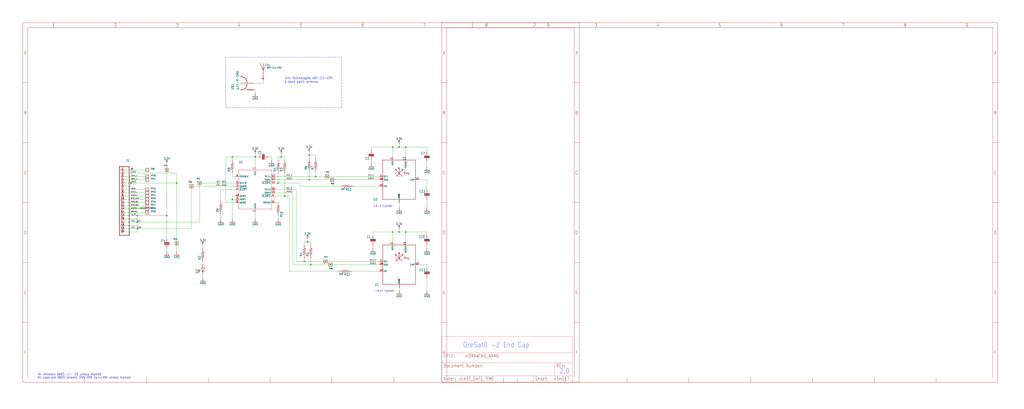
<source format=kicad_sch>
(kicad_sch (version 20211123) (generator eeschema)
  (paper "User" 795.02 317.906)
  (lib_symbols
    (symbol "oresat0-minusz-end-cap-eagle-import:3.3V" (power)
      (property "Value" "3.3V" (at 0 2.794 0))
      (symbol "3.3V_1_0"
        (pin power_in line (at 0 0 90) (length 2.54) (name "3.3V") (number "1"))
      )
    )
    (symbol "oresat0-minusz-end-cap-eagle-import:6-104178-1"
      (property "Reference" "J" (at -6.35 29.21 0))
      (property "Value" "6-104178-1" (at -6.35 26.67 0))
      (symbol "6-104178-1_1_0"
        (pin passive inverted (at -2.54 22.86 0) (length 2.54) (name "1") (number "1"))
        (pin passive inverted (at -2.54 0 0) (length 2.54) (name "10") (number "10"))
        (pin passive inverted (at -2.54 -2.54 0) (length 2.54) (name "11") (number "11"))
        (pin passive inverted (at -2.54 -5.08 0) (length 2.54) (name "12") (number "12"))
        (pin passive inverted (at -2.54 -7.62 0) (length 2.54) (name "13") (number "13"))
        (pin passive inverted (at -2.54 -10.16 0) (length 2.54) (name "14") (number "14"))
        (pin passive inverted (at -2.54 -12.7 0) (length 2.54) (name "15") (number "15"))
        (pin passive inverted (at -2.54 -15.24 0) (length 2.54) (name "16") (number "16"))
        (pin passive inverted (at -2.54 -17.78 0) (length 2.54) (name "17") (number "17"))
        (pin passive inverted (at -2.54 -20.32 0) (length 2.54) (name "18") (number "18"))
        (pin passive inverted (at -2.54 -22.86 0) (length 2.54) (name "19") (number "19"))
        (pin passive inverted (at -2.54 20.32 0) (length 2.54) (name "2") (number "2"))
        (pin passive inverted (at -2.54 -25.4 0) (length 2.54) (name "20") (number "20"))
        (pin passive inverted (at -2.54 17.78 0) (length 2.54) (name "3") (number "3"))
        (pin passive inverted (at -2.54 15.24 0) (length 2.54) (name "4") (number "4"))
        (pin passive inverted (at -2.54 12.7 0) (length 2.54) (name "5") (number "5"))
        (pin passive inverted (at -2.54 10.16 0) (length 2.54) (name "6") (number "6"))
        (pin passive inverted (at -2.54 7.62 0) (length 2.54) (name "7") (number "7"))
        (pin passive inverted (at -2.54 5.08 0) (length 2.54) (name "8") (number "8"))
        (pin passive inverted (at -2.54 2.54 0) (length 2.54) (name "9") (number "9"))
      )
    )
    (symbol "oresat0-minusz-end-cap-eagle-import:ANT-2.4-CPA"
      (property "Reference" "E" (at 2.8004 5.8495 0))
      (property "Value" "ANT-2.4-CPA" (at 2.6732 3.8129 0))
      (symbol "ANT-2.4-CPA_1_0"
        (pin input line (at 0 -5.08 90) (length 2.54) (name "FEED") (number "1"))
      )
    )
    (symbol "oresat0-minusz-end-cap-eagle-import:C-EU0603-B-NOSILK"
      (property "Reference" "C" (at 1.524 0.381 0))
      (property "Value" "C-EU0603-B-NOSILK" (at 1.524 -4.699 0))
      (symbol "C-EU0603-B-NOSILK_1_0"
        (pin passive line (at 0 2.54 270) (length 2.54) (name "1") (number "1"))
        (pin passive line (at 0 -5.08 90) (length 2.54) (name "2") (number "2"))
      )
    )
    (symbol "oresat0-minusz-end-cap-eagle-import:FRAME_B_L"
      (symbol "FRAME_B_L_0_0"
        (text "1" (at 23.9889 277.495 0) (effects (font (size 2.54 2.286))))
        (text "2" (at 71.9667 277.495 0) (effects (font (size 2.54 2.286))))
        (text "3" (at 119.9444 277.495 0) (effects (font (size 2.54 2.286))))
        (text "4" (at 167.9222 277.495 0) (effects (font (size 2.54 2.286))))
        (text "5" (at 215.9 277.495 0) (effects (font (size 2.54 2.286))))
        (text "6" (at 263.8778 277.495 0) (effects (font (size 2.54 2.286))))
        (text "7" (at 311.8556 277.495 0) (effects (font (size 2.54 2.286))))
        (text "8" (at 359.8333 277.495 0) (effects (font (size 2.54 2.286))))
        (text "9" (at 407.8111 277.495 0) (effects (font (size 2.54 2.286))))
        (text "A" (at 1.905 256.1167 0) (effects (font (size 2.54 2.286))))
        (text "A" (at 429.895 256.1167 0) (effects (font (size 2.54 2.286))))
        (text "B" (at 1.905 209.55 0) (effects (font (size 2.54 2.286))))
        (text "B" (at 429.895 209.55 0) (effects (font (size 2.54 2.286))))
        (text "C" (at 1.905 162.9833 0) (effects (font (size 2.54 2.286))))
        (text "C" (at 429.895 162.9833 0) (effects (font (size 2.54 2.286))))
        (text "D" (at 1.905 116.4167 0) (effects (font (size 2.54 2.286))))
        (text "D" (at 429.895 116.4167 0) (effects (font (size 2.54 2.286))))
        (text "E" (at 1.905 69.85 0) (effects (font (size 2.54 2.286))))
        (text "E" (at 429.895 69.85 0) (effects (font (size 2.54 2.286))))
        (text "F" (at 1.905 23.2833 0) (effects (font (size 2.54 2.286))))
        (text "F" (at 429.895 23.2833 0) (effects (font (size 2.54 2.286))))
      )
      (symbol "FRAME_B_L_2_0"
        (text ">DRAWING_NAME" (at 17.78 19.05 0) (effects (font (size 2.54 2.159)) (justify left bottom)))
        (text ">LAST_DATE_TIME" (at 12.7 1.27 0) (effects (font (size 2.54 2.159)) (justify left bottom)))
        (text ">SHEET" (at 86.36 1.27 0) (effects (font (size 2.54 2.159)) (justify left bottom)))
        (text "Date:" (at 1.27 1.27 0) (effects (font (size 2.54 2.159)) (justify left bottom)))
        (text "Document Number:" (at 1.27 11.43 0) (effects (font (size 2.54 2.159)) (justify left bottom)))
        (text "REV:" (at 88.9 11.43 0) (effects (font (size 2.54 2.159)) (justify left bottom)))
        (text "Sheet:" (at 72.39 1.27 0) (effects (font (size 2.54 2.159)) (justify left bottom)))
        (text "TITLE:" (at 1.27 19.05 0) (effects (font (size 2.54 2.159)) (justify left bottom)))
      )
    )
    (symbol "oresat0-minusz-end-cap-eagle-import:GND" (power)
      (property "Value" "GND" (at -2.54 -2.54 0))
      (symbol "GND_1_0"
        (pin power_in line (at 0 2.54 270) (length 2.54) (name "GND") (number "1"))
      )
    )
    (symbol "oresat0-minusz-end-cap-eagle-import:LED-GREEN0603"
      (property "Reference" "D" (at -3.429 -4.572 90))
      (property "Value" "LED-GREEN0603" (at 1.905 -4.572 90))
      (symbol "LED-GREEN0603_1_0"
        (pin passive line (at 0 2.54 270) (length 2.54) (name "A") (number "A"))
        (pin passive line (at 0 -5.08 90) (length 2.54) (name "C") (number "C"))
      )
    )
    (symbol "oresat0-minusz-end-cap-eagle-import:LTC4305"
      (property "Value" "LTC4305" (at -12.7 17.78 0))
      (symbol "LTC4305_1_0"
        (pin input line (at 15.24 -5.08 180) (length 2.54) (name "~{ALERT2}") (number "1"))
        (pin input line (at -15.24 -5.08 0) (length 2.54) (name "ADR2") (number "10"))
        (pin output line (at 15.24 -10.16 180) (length 2.54) (name "READY") (number "11"))
        (pin bidirectional line (at 15.24 10.16 180) (length 2.54) (name "SCL1") (number "12"))
        (pin bidirectional line (at 15.24 7.62 180) (length 2.54) (name "SDA1") (number "13"))
        (pin input line (at 15.24 5.08 180) (length 2.54) (name "~{ALERT1}") (number "14"))
        (pin bidirectional line (at 15.24 -2.54 180) (length 2.54) (name "SDA2") (number "15"))
        (pin bidirectional line (at 15.24 0 180) (length 2.54) (name "SCL2") (number "16"))
        (pin output line (at -15.24 0 0) (length 2.54) (name "~{ALERT}") (number "2"))
        (pin bidirectional line (at -15.24 2.54 0) (length 2.54) (name "SDAIN") (number "3"))
        (pin power_in line (at 0 -17.78 90) (length 2.54) (name "GND") (number "4"))
        (pin bidirectional line (at -15.24 5.08 0) (length 2.54) (name "SCLIN") (number "5"))
        (pin input line (at -15.24 10.16 0) (length 2.54) (name "ENABLE") (number "6"))
        (pin power_in line (at 0 17.78 270) (length 2.54) (name "VCC") (number "7"))
        (pin input line (at -15.24 -10.16 0) (length 2.54) (name "ADR0") (number "8"))
        (pin input line (at -15.24 -7.62 0) (length 2.54) (name "ADR1") (number "9"))
      )
    )
    (symbol "oresat0-minusz-end-cap-eagle-import:MMC5883MA"
      (property "Value" "MMC5883MA" (at -12.7 20.32 0))
      (symbol "MMC5883MA_1_0"
        (text "Mag." (at 3.302 4.318 0) (effects (font (size 1.778 1.5113)) (justify left bottom)))
        (pin input line (at -15.24 2.54 0) (length 2.54) (name "SCL") (number "1"))
        (pin power_in line (at 15.24 0 180) (length 2.54) (name "CAP") (number "10"))
        (pin power_in line (at 0 -17.78 90) (length 2.54) (name "GND") (number "11"))
        (pin power_in line (at 5.08 17.78 270) (length 2.54) (name "VDDIO") (number "13"))
        (pin output line (at -15.24 -5.08 0) (length 2.54) (name "INT") (number "15"))
        (pin bidirectional line (at -15.24 0 0) (length 2.54) (name "SDA") (number "16"))
        (pin power_in line (at -5.08 17.78 270) (length 2.54) (name "VDD") (number "2"))
        (pin power_in line (at 0 -17.78 90) (length 2.54) (name "GND") (number "9"))
      )
    )
    (symbol "oresat0-minusz-end-cap-eagle-import:R-US_0603-B-NOSILK"
      (property "Reference" "R" (at -3.81 1.4986 0))
      (property "Value" "R-US_0603-B-NOSILK" (at -3.81 -3.302 0))
      (symbol "R-US_0603-B-NOSILK_1_0"
        (pin passive line (at -5.08 0 0) (length 2.54) (name "1") (number "1"))
        (pin passive line (at 5.08 0 180) (length 2.54) (name "2") (number "2"))
      )
    )
    (symbol "oresat0-minusz-end-cap-eagle-import:TEST-POINT-LARGE-SQUARE"
      (property "Reference" "TP" (at -2.54 2.54 0))
      (symbol "TEST-POINT-LARGE-SQUARE_1_0"
        (pin passive line (at 0 0 0) (length 0) (name "1") (number "1"))
      )
    )
    (symbol "oresat0-minusz-end-cap-eagle-import:U.FL-R-SMA"
      (property "Value" "U.FL-R-SMA" (at -5.08 6.35 0))
      (symbol "U.FL-R-SMA_1_0"
        (pin bidirectional line (at 0 -5.08 90) (length 5.08) (name "P$1") (number "1"))
        (pin bidirectional line (at -5.08 -5.08 90) (length 5.08) (name "P$2") (number "2"))
        (pin bidirectional line (at -5.08 -5.08 90) (length 5.08) (name "P$2") (number "3"))
      )
    )
  )
  (junction (at 240.03 120.65))
  (junction (at 220.98 152.4))
  (junction (at 309.88 180.34))
  (junction (at 254 137.16))
  (junction (at 198.12 121.92))
  (junction (at 245.11 137.16))
  (junction (at 236.22 203.2))
  (junction (at 106.68 172.72))
  (junction (at 215.9 142.24))
  (junction (at 106.68 167.64))
  (junction (at 314.96 114.3))
  (junction (at 256.54 205.74))
  (junction (at 148.59 144.78))
  (junction (at 241.3 205.74))
  (junction (at 129.54 132.08))
  (junction (at 218.44 121.92))
  (junction (at 137.16 142.24))
  (junction (at 101.6 142.24))
  (junction (at 304.8 180.34))
  (junction (at 252.73 203.2))
  (junction (at 129.54 167.64))
  (junction (at 137.16 189.23))
  (junction (at 154.94 142.24))
  (junction (at 240.03 139.7))
  (junction (at 309.88 114.3))
  (junction (at 180.34 121.92))
  (junction (at 238.76 187.96))
  (junction (at 314.96 180.34))
  (junction (at 257.81 139.7))
  (junction (at 180.34 154.94))
  (junction (at 304.8 114.3))
  (junction (at 106.68 177.8))
  (wire (pts (xy 236.22 203.2) (xy 252.73 203.2)))
  (wire (pts (xy 137.16 189.23) (xy 137.16 195.58)))
  (wire (pts (xy 180.34 154.94) (xy 180.34 152.4)))
  (wire (pts (xy 314.96 180.34) (xy 331.47 180.34)))
  (wire (pts (xy 220.98 152.4) (xy 213.36 152.4)))
  (wire (pts (xy 213.36 137.16) (xy 245.11 137.16)))
  (wire (pts (xy 210.82 121.92) (xy 210.82 124.46)))
  (wire (pts (xy 309.88 161.29) (xy 309.88 157.48)))
  (wire (pts (xy 129.54 185.42) (xy 129.54 167.64)))
  (wire (pts (xy 106.68 175.26) (xy 106.68 172.72)))
  (wire (pts (xy 106.68 180.34) (xy 106.68 177.8)))
  (wire (pts (xy 180.34 170.18) (xy 180.34 154.94)))
  (wire (pts (xy 294.64 139.7) (xy 257.81 139.7)))
  (wire (pts (xy 309.88 226.06) (xy 309.88 223.52)))
  (wire (pts (xy 96.52 137.16) (xy 114.3 137.16)))
  (wire (pts (xy 106.68 177.8) (xy 148.59 177.8)))
  (polyline (pts (xy 175.26 44.45) (xy 175.26 83.82)))
  (wire (pts (xy 331.47 180.34) (xy 331.47 182.88)))
  (wire (pts (xy 182.88 142.24) (xy 154.94 142.24)))
  (wire (pts (xy 304.8 180.34) (xy 309.88 180.34)))
  (wire (pts (xy 180.34 124.46) (xy 180.34 121.92)))
  (wire (pts (xy 96.52 162.56) (xy 114.3 162.56)))
  (wire (pts (xy 204.47 62.23) (xy 204.47 64.77)))
  (wire (pts (xy 289.56 180.34) (xy 304.8 180.34)))
  (wire (pts (xy 304.8 180.34) (xy 304.8 187.96)))
  (wire (pts (xy 215.9 134.62) (xy 215.9 142.24)))
  (wire (pts (xy 309.88 114.3) (xy 304.8 114.3)))
  (wire (pts (xy 294.64 144.78) (xy 274.32 144.78)))
  (wire (pts (xy 157.48 190.5) (xy 157.48 193.04)))
  (wire (pts (xy 245.11 133.35) (xy 245.11 137.16)))
  (wire (pts (xy 325.12 205.74) (xy 331.47 205.74)))
  (wire (pts (xy 309.88 111.76) (xy 309.88 114.3)))
  (wire (pts (xy 182.88 137.16) (xy 180.34 137.16)))
  (wire (pts (xy 256.54 205.74) (xy 294.64 205.74)))
  (wire (pts (xy 180.34 121.92) (xy 198.12 121.92)))
  (wire (pts (xy 288.29 114.3) (xy 304.8 114.3)))
  (wire (pts (xy 331.47 208.28) (xy 331.47 205.74)))
  (wire (pts (xy 198.12 121.92) (xy 198.12 129.54)))
  (wire (pts (xy 262.89 210.82) (xy 224.79 210.82)))
  (wire (pts (xy 148.59 177.8) (xy 148.59 144.78)))
  (wire (pts (xy 154.94 172.72) (xy 154.94 142.24)))
  (wire (pts (xy 182.88 144.78) (xy 148.59 144.78)))
  (wire (pts (xy 96.52 157.48) (xy 114.3 157.48)))
  (wire (pts (xy 288.29 124.46) (xy 288.29 127)))
  (wire (pts (xy 254 137.16) (xy 294.64 137.16)))
  (wire (pts (xy 227.33 205.74) (xy 241.3 205.74)))
  (wire (pts (xy 101.6 142.24) (xy 137.16 142.24)))
  (wire (pts (xy 331.47 147.32) (xy 331.47 139.7)))
  (wire (pts (xy 180.34 152.4) (xy 182.88 152.4)))
  (wire (pts (xy 208.28 121.92) (xy 210.82 121.92)))
  (wire (pts (xy 218.44 121.92) (xy 218.44 119.38)))
  (wire (pts (xy 240.03 120.65) (xy 240.03 123.19)))
  (wire (pts (xy 240.03 120.65) (xy 245.11 120.65)))
  (wire (pts (xy 224.79 210.82) (xy 224.79 152.4)))
  (wire (pts (xy 224.79 152.4) (xy 220.98 152.4)))
  (wire (pts (xy 215.9 124.46) (xy 215.9 121.92)))
  (wire (pts (xy 227.33 149.86) (xy 227.33 205.74)))
  (wire (pts (xy 114.3 149.86) (xy 96.52 149.86)))
  (wire (pts (xy 304.8 114.3) (xy 304.8 121.92)))
  (wire (pts (xy 252.73 203.2) (xy 294.64 203.2)))
  (wire (pts (xy 106.68 172.72) (xy 154.94 172.72)))
  (wire (pts (xy 241.3 200.66) (xy 241.3 205.74)))
  (wire (pts (xy 171.45 147.32) (xy 182.88 147.32)))
  (wire (pts (xy 220.98 124.46) (xy 220.98 121.92)))
  (wire (pts (xy 331.47 190.5) (xy 331.47 193.04)))
  (wire (pts (xy 198.12 119.38) (xy 198.12 121.92)))
  (wire (pts (xy 220.98 121.92) (xy 218.44 121.92)))
  (wire (pts (xy 215.9 142.24) (xy 213.36 142.24)))
  (polyline (pts (xy 265.43 83.82) (xy 265.43 44.45)))
  (wire (pts (xy 288.29 116.84) (xy 288.29 114.3)))
  (wire (pts (xy 129.54 167.64) (xy 129.54 132.08)))
  (wire (pts (xy 96.52 172.72) (xy 106.68 172.72)))
  (wire (pts (xy 229.87 147.32) (xy 213.36 147.32)))
  (wire (pts (xy 182.88 157.48) (xy 175.26 157.48)))
  (wire (pts (xy 96.52 167.64) (xy 106.68 167.64)))
  (wire (pts (xy 96.52 144.78) (xy 101.6 144.78)))
  (wire (pts (xy 229.87 203.2) (xy 229.87 147.32)))
  (wire (pts (xy 114.3 139.7) (xy 96.52 139.7)))
  (wire (pts (xy 241.3 187.96) (xy 241.3 190.5)))
  (wire (pts (xy 289.56 182.88) (xy 289.56 180.34)))
  (wire (pts (xy 106.68 167.64) (xy 129.54 167.64)))
  (wire (pts (xy 157.48 203.2) (xy 157.48 205.74)))
  (polyline (pts (xy 175.26 83.82) (xy 265.43 83.82)))
  (wire (pts (xy 309.88 180.34) (xy 309.88 177.8)))
  (wire (pts (xy 196.85 64.77) (xy 204.47 64.77)))
  (wire (pts (xy 294.64 210.82) (xy 273.05 210.82)))
  (wire (pts (xy 137.16 142.24) (xy 137.16 134.62)))
  (wire (pts (xy 236.22 187.96) (xy 238.76 187.96)))
  (wire (pts (xy 101.6 144.78) (xy 101.6 142.24)))
  (wire (pts (xy 232.41 144.78) (xy 232.41 142.24)))
  (wire (pts (xy 180.34 154.94) (xy 182.88 154.94)))
  (wire (pts (xy 215.9 167.64) (xy 215.9 170.18)))
  (wire (pts (xy 314.96 114.3) (xy 331.47 114.3)))
  (wire (pts (xy 96.52 147.32) (xy 114.3 147.32)))
  (wire (pts (xy 180.34 137.16) (xy 180.34 134.62)))
  (wire (pts (xy 213.36 149.86) (xy 227.33 149.86)))
  (wire (pts (xy 96.52 134.62) (xy 137.16 134.62)))
  (wire (pts (xy 200.66 121.92) (xy 198.12 121.92)))
  (wire (pts (xy 240.03 139.7) (xy 213.36 139.7)))
  (wire (pts (xy 331.47 154.94) (xy 331.47 161.29)))
  (wire (pts (xy 236.22 190.5) (xy 236.22 187.96)))
  (wire (pts (xy 232.41 142.24) (xy 215.9 142.24)))
  (wire (pts (xy 129.54 132.08) (xy 129.54 127)))
  (wire (pts (xy 137.16 189.23) (xy 137.16 142.24)))
  (wire (pts (xy 215.9 121.92) (xy 218.44 121.92)))
  (wire (pts (xy 96.52 142.24) (xy 101.6 142.24)))
  (wire (pts (xy 331.47 215.9) (xy 331.47 226.06)))
  (wire (pts (xy 114.3 165.1) (xy 96.52 165.1)))
  (wire (pts (xy 157.48 213.36) (xy 157.48 215.9)))
  (wire (pts (xy 264.16 144.78) (xy 232.41 144.78)))
  (wire (pts (xy 331.47 129.54) (xy 331.47 125.73)))
  (wire (pts (xy 213.36 157.48) (xy 215.9 157.48)))
  (wire (pts (xy 238.76 187.96) (xy 238.76 185.42)))
  (wire (pts (xy 96.52 132.08) (xy 114.3 132.08)))
  (wire (pts (xy 96.52 152.4) (xy 114.3 152.4)))
  (wire (pts (xy 96.52 180.34) (xy 106.68 180.34)))
  (wire (pts (xy 171.45 170.18) (xy 171.45 166.37)))
  (wire (pts (xy 240.03 133.35) (xy 240.03 139.7)))
  (wire (pts (xy 171.45 156.21) (xy 171.45 147.32)))
  (wire (pts (xy 114.3 160.02) (xy 96.52 160.02)))
  (wire (pts (xy 309.88 180.34) (xy 314.96 180.34)))
  (wire (pts (xy 238.76 187.96) (xy 241.3 187.96)))
  (wire (pts (xy 96.52 175.26) (xy 106.68 175.26)))
  (wire (pts (xy 198.12 165.1) (xy 198.12 170.18)))
  (polyline (pts (xy 265.43 44.45) (xy 175.26 44.45)))
  (wire (pts (xy 96.52 170.18) (xy 106.68 170.18)))
  (wire (pts (xy 245.11 120.65) (xy 245.11 123.19)))
  (wire (pts (xy 175.26 121.92) (xy 180.34 121.92)))
  (wire (pts (xy 289.56 190.5) (xy 289.56 193.04)))
  (wire (pts (xy 245.11 137.16) (xy 254 137.16)))
  (wire (pts (xy 114.3 154.94) (xy 96.52 154.94)))
  (wire (pts (xy 236.22 203.2) (xy 229.87 203.2)))
  (wire (pts (xy 96.52 177.8) (xy 106.68 177.8)))
  (wire (pts (xy 106.68 170.18) (xy 106.68 167.64)))
  (wire (pts (xy 240.03 120.65) (xy 240.03 118.11)))
  (wire (pts (xy 309.88 114.3) (xy 314.96 114.3)))
  (wire (pts (xy 236.22 200.66) (xy 236.22 203.2)))
  (wire (pts (xy 220.98 134.62) (xy 220.98 152.4)))
  (wire (pts (xy 314.96 114.3) (xy 314.96 121.92)))
  (wire (pts (xy 198.12 69.85) (xy 198.12 72.39)))
  (wire (pts (xy 314.96 187.96) (xy 314.96 180.34)))
  (wire (pts (xy 331.47 114.3) (xy 331.47 118.11)))
  (wire (pts (xy 241.3 205.74) (xy 256.54 205.74)))
  (wire (pts (xy 129.54 193.04) (xy 129.54 195.58)))
  (wire (pts (xy 257.81 139.7) (xy 240.03 139.7)))
  (wire (pts (xy 196.85 69.85) (xy 198.12 69.85)))
  (wire (pts (xy 331.47 139.7) (xy 325.12 139.7)))
  (wire (pts (xy 175.26 157.48) (xy 175.26 121.92)))
  (text "+X-Y Corner" (at 289.56 161.29 180) (effects (font (size 1.778 1.5113)) (justify left bottom)))
  (text "2.0" (at 434.34 290.83 180) (effects (font (size 3.81 3.2385)) (justify left bottom)))
  (text "All resistors 0603 +/- 1% unless marked" (at 29.21 292.1 180) (effects (font (size 1.778 1.5113)) (justify left bottom)))
  (text "Linx Technologies ANT-2.4-CPA\nS band patch antenna." (at 220.98 64.77 0) (effects (font (size 1.778 1.5113)) (justify left bottom)))
  (text "All caps are 0603 ceramic 10% X5R Vw>=16V unless marked" (at 29.21 294.64 0) (effects (font (size 1.778 1.5113)) (justify left bottom)))
  (text "OreSat0 -Z End Cap" (at 359.41 270.51 180) (effects (font (size 3.81 3.2385)) (justify left bottom)))
  (text "-X+Y Corner" (at 290.83 227.33 180) (effects (font (size 1.778 1.5113)) (justify left bottom)))
  (label "SCL2" (at 222.25 147.32 0) (effects (font (size 1.2446 1.2446))))
  (label "GND" (at 101.6 142.24 0) (effects (font (size 1.2446 1.2446))))
  (label "OPD_SDA" (at 101.6 160.02 0) (effects (font (size 0.889 0.889))))
  (label "~{SD}" (at 101.6 132.08 0) (effects (font (size 0.889 0.889))))
  (label "CAN1_L" (at 101.6 137.16 0) (effects (font (size 0.889 0.889))))
  (label "I2C-SDA" (at 167.64 144.78 0) (effects (font (size 1.2446 1.2446))))
  (label "CAN1_H" (at 101.6 139.7 0) (effects (font (size 0.889 0.889))))
  (label "GND" (at 101.6 134.62 0) (effects (font (size 1.2446 1.2446))))
  (label "SCL1" (at 222.25 137.16 0) (effects (font (size 1.2446 1.2446))))
  (label "OPD_PWR" (at 101.6 154.94 0) (effects (font (size 0.889 0.889))))
  (label "I2C-SDA" (at 101.6 177.8 0) (effects (font (size 1.2446 1.2446))))
  (label "I2C-SCL" (at 101.6 172.72 0) (effects (font (size 1.2446 1.2446))))
  (label "SCL2" (at 287.02 203.2 0) (effects (font (size 1.2446 1.2446))))
  (label "OPD_SCL" (at 101.6 157.48 0) (effects (font (size 0.889 0.889))))
  (label "I2C-SCL" (at 167.64 142.24 0) (effects (font (size 1.2446 1.2446))))
  (label "CAN2_H" (at 101.6 152.4 0) (effects (font (size 0.889 0.889))))
  (label "3.3V" (at 101.6 167.64 0) (effects (font (size 1.2446 1.2446))))
  (label "SPARE2" (at 101.6 165.1 0) (effects (font (size 0.889 0.889))))
  (label "SDA1" (at 285.75 139.7 0) (effects (font (size 1.2446 1.2446))))
  (label "SPARE1-TURNSTYLE-DPLY" (at 101.6 162.56 0) (effects (font (size 0.889 0.889))))
  (label "SDA2" (at 287.02 205.74 0) (effects (font (size 1.2446 1.2446))))
  (label "SDA2" (at 222.25 149.86 0) (effects (font (size 1.2446 1.2446))))
  (label "SDA1" (at 222.25 139.7 0) (effects (font (size 1.2446 1.2446))))
  (label "CAN2_L" (at 101.6 149.86 0) (effects (font (size 0.889 0.889))))
  (label "SCL1" (at 285.75 137.16 0) (effects (font (size 1.2446 1.2446))))
  (label "VBUS" (at 101.6 147.32 0) (effects (font (size 0.889 0.889))))
  (symbol (lib_id "oresat0-minusz-end-cap-eagle-import:GND") (at 331.47 163.83 0) (mirror y) (unit 1)
    (property "Reference" "#GND5" (effects hide))
    (property "Value" "GND" (at 334.01 166.37 0) (effects (font (size 1.778 1.5113)) (justify left bottom)))
    (property "Footprint" "oresat0-minusz-end-cap:" (effects hide))
  )
  (symbol (lib_id "oresat0-minusz-end-cap-eagle-import:R-US_0603-B-NOSILK") (at 171.45 161.29 90) (unit 1)
    (property "Reference" "R9" (at 169.9514 165.1 0) (effects (font (size 1.778 1.5113)) (justify left bottom)))
    (property "Value" "4.7k" (at 170.18 160.02 0) (effects (font (size 1.778 1.5113)) (justify left bottom)))
    (property "Footprint" "oresat0-minusz-end-cap:.0603-B-NOSILK" (effects hide))
    (property "Value" "4.7k" (effects hide))
    (property "Value" "4.7k" (effects hide))
    (property "Value" "4.7k" (effects hide))
    (property "Value" "4.7k" (effects hide))
  )
  (symbol (lib_id "oresat0-minusz-end-cap-eagle-import:R-US_0603-B-NOSILK") (at 245.11 128.27 90) (unit 1)
    (property "Reference" "R7" (at 243.6114 132.08 0) (effects (font (size 1.778 1.5113)) (justify left bottom)))
    (property "Value" "4.7k" (at 243.84 127 0) (effects (font (size 1.778 1.5113)) (justify left bottom)))
    (property "Footprint" "oresat0-minusz-end-cap:.0603-B-NOSILK" (effects hide))
    (property "Value" "4.7k" (effects hide))
    (property "Value" "4.7k" (effects hide))
    (property "Value" "4.7k" (effects hide))
    (property "Value" "4.7k" (effects hide))
  )
  (symbol (lib_id "oresat0-minusz-end-cap-eagle-import:TEST-POINT-LARGE-SQUARE") (at 114.3 149.86 0) (unit 1)
    (property "Reference" "TP13" (at 116.84 149.86 0) (effects (font (size 1.27 1.0795)) (justify left bottom)))
    (property "Value" "TEST-POINT-LARGE-SQUARE" (effects hide))
    (property "Footprint" "oresat0-minusz-end-cap:1X01" (effects hide))
  )
  (symbol (lib_id "oresat0-minusz-end-cap-eagle-import:GND") (at 288.29 129.54 0) (mirror y) (unit 1)
    (property "Reference" "#GND10" (effects hide))
    (property "Value" "GND" (at 290.83 132.08 0) (effects (font (size 1.778 1.5113)) (justify left bottom)))
    (property "Footprint" "oresat0-minusz-end-cap:" (effects hide))
  )
  (symbol (lib_id "oresat0-minusz-end-cap-eagle-import:3.3V") (at 238.76 185.42 0) (mirror y) (unit 1)
    (property "Reference" "#SUPPLY5" (effects hide))
    (property "Value" "3.3V" (at 238.76 182.626 0) (effects (font (size 1.778 1.5113)) (justify bottom)))
    (property "Footprint" "oresat0-minusz-end-cap:" (effects hide))
  )
  (symbol (lib_id "oresat0-minusz-end-cap-eagle-import:GND") (at 309.88 228.6 0) (mirror y) (unit 1)
    (property "Reference" "#GND1" (effects hide))
    (property "Value" "GND" (at 312.42 231.14 0) (effects (font (size 1.778 1.5113)) (justify left bottom)))
    (property "Footprint" "oresat0-minusz-end-cap:" (effects hide))
  )
  (symbol (lib_id "oresat0-minusz-end-cap-eagle-import:TEST-POINT-LARGE-SQUARE") (at 114.3 160.02 0) (unit 1)
    (property "Reference" "TP17" (at 116.84 160.02 0) (effects (font (size 1.27 1.0795)) (justify left bottom)))
    (property "Value" "TEST-POINT-LARGE-SQUARE" (effects hide))
    (property "Footprint" "oresat0-minusz-end-cap:1X01" (effects hide))
  )
  (symbol (lib_id "oresat0-minusz-end-cap-eagle-import:GND") (at 180.34 172.72 0) (mirror y) (unit 1)
    (property "Reference" "#GND4" (effects hide))
    (property "Value" "GND" (at 182.88 175.26 0) (effects (font (size 1.778 1.5113)) (justify left bottom)))
    (property "Footprint" "oresat0-minusz-end-cap:" (effects hide))
  )
  (symbol (lib_id "oresat0-minusz-end-cap-eagle-import:TEST-POINT-LARGE-SQUARE") (at 252.73 203.2 0) (unit 1)
    (property "Reference" "TP7" (at 251.46 200.66 0) (effects (font (size 1.27 1.0795)) (justify left bottom)))
    (property "Value" "TEST-POINT-LARGE-SQUARE" (effects hide))
    (property "Footprint" "oresat0-minusz-end-cap:1X01" (effects hide))
  )
  (symbol (lib_id "oresat0-minusz-end-cap-eagle-import:TEST-POINT-LARGE-SQUARE") (at 114.3 165.1 0) (unit 1)
    (property "Reference" "TP19" (at 116.84 165.1 0) (effects (font (size 1.27 1.0795)) (justify left bottom)))
    (property "Value" "TEST-POINT-LARGE-SQUARE" (effects hide))
    (property "Footprint" "oresat0-minusz-end-cap:1X01" (effects hide))
  )
  (symbol (lib_id "oresat0-minusz-end-cap-eagle-import:R-US_0603-B-NOSILK") (at 215.9 162.56 90) (unit 1)
    (property "Reference" "R10" (at 219.4814 168.91 0) (effects (font (size 1.778 1.5113)) (justify left bottom)))
    (property "Value" "4.7k" (at 219.71 161.29 0) (effects (font (size 1.778 1.5113)) (justify left bottom)))
    (property "Footprint" "oresat0-minusz-end-cap:.0603-B-NOSILK" (effects hide))
    (property "Value" "4.7k" (effects hide))
    (property "Value" "4.7k" (effects hide))
    (property "Value" "4.7k" (effects hide))
    (property "Value" "4.7k" (effects hide))
  )
  (symbol (lib_id "oresat0-minusz-end-cap-eagle-import:GND") (at 129.54 198.12 0) (mirror y) (unit 1)
    (property "Reference" "#GND9" (effects hide))
    (property "Value" "GND" (at 132.08 200.66 0) (effects (font (size 1.778 1.5113)) (justify left bottom)))
    (property "Footprint" "oresat0-minusz-end-cap:" (effects hide))
  )
  (symbol (lib_id "oresat0-minusz-end-cap-eagle-import:TEST-POINT-LARGE-SQUARE") (at 129.54 132.08 0) (mirror y) (unit 1)
    (property "Reference" "TP4" (at 127 129.54 0) (effects (font (size 1.27 1.0795)) (justify right bottom)))
    (property "Value" "TEST-POINT-LARGE-SQUARE" (effects hide))
    (property "Footprint" "oresat0-minusz-end-cap:1X01" (effects hide))
  )
  (symbol (lib_id "oresat0-minusz-end-cap-eagle-import:R-US_0603-B-NOSILK") (at 241.3 195.58 90) (unit 1)
    (property "Reference" "R5" (at 239.8014 199.39 0) (effects (font (size 1.778 1.5113)) (justify left bottom)))
    (property "Value" "4.7k" (at 240.03 194.31 0) (effects (font (size 1.778 1.5113)) (justify left bottom)))
    (property "Footprint" "oresat0-minusz-end-cap:.0603-B-NOSILK" (effects hide))
    (property "Value" "4.7k" (effects hide))
    (property "Value" "4.7k" (effects hide))
    (property "Value" "4.7k" (effects hide))
    (property "Value" "4.7k" (effects hide))
  )
  (symbol (lib_id "oresat0-minusz-end-cap-eagle-import:C-EU0603-B-NOSILK") (at 289.56 185.42 0) (unit 1)
    (property "Reference" "C1" (at 288.036 185.039 0) (effects (font (size 1.778 1.5113)) (justify right bottom)))
    (property "Value" "100n" (at 288.036 190.119 0) (effects (font (size 1.778 1.5113)) (justify right bottom)))
    (property "Footprint" "oresat0-minusz-end-cap:.0603-B-NOSILK" (effects hide))
    (property "Value" "100n" (effects hide))
    (property "Value" "100n" (effects hide))
    (property "Value" "100n" (effects hide))
    (property "Value" "100n" (effects hide))
  )
  (symbol (lib_id "oresat0-minusz-end-cap-eagle-import:ANT-2.4-CPA") (at 204.47 57.15 0) (unit 1)
    (property "Reference" "E1" (at 207.2704 51.3005 0) (effects (font (size 1.2729 1.0819)) (justify left bottom)))
    (property "Value" "ANT-2.4-CPA" (at 207.1432 53.3371 0) (effects (font (size 1.2729 1.0819)) (justify left bottom)))
    (property "Footprint" "oresat0-minusz-end-cap:XDCR_ANT-2.4-CPA" (effects hide))
  )
  (symbol (lib_id "oresat0-minusz-end-cap-eagle-import:TEST-POINT-LARGE-SQUARE") (at 114.3 152.4 0) (unit 1)
    (property "Reference" "TP14" (at 116.84 152.4 0) (effects (font (size 1.27 1.0795)) (justify left bottom)))
    (property "Value" "TEST-POINT-LARGE-SQUARE" (effects hide))
    (property "Footprint" "oresat0-minusz-end-cap:1X01" (effects hide))
  )
  (symbol (lib_id "oresat0-minusz-end-cap-eagle-import:C-EU0603-B-NOSILK") (at 331.47 185.42 0) (mirror y) (unit 1)
    (property "Reference" "C10" (at 329.946 185.039 0) (effects (font (size 1.778 1.5113)) (justify left bottom)))
    (property "Value" "100n" (at 329.946 190.119 0) (effects (font (size 1.778 1.5113)) (justify left bottom)))
    (property "Footprint" "oresat0-minusz-end-cap:.0603-B-NOSILK" (effects hide))
    (property "Value" "100n" (effects hide))
    (property "Value" "100n" (effects hide))
    (property "Value" "100n" (effects hide))
    (property "Value" "100n" (effects hide))
  )
  (symbol (lib_id "oresat0-minusz-end-cap-eagle-import:TEST-POINT-LARGE-SQUARE") (at 114.3 137.16 0) (unit 1)
    (property "Reference" "TP10" (at 116.84 137.16 0) (effects (font (size 1.27 1.0795)) (justify left bottom)))
    (property "Value" "TEST-POINT-LARGE-SQUARE" (effects hide))
    (property "Footprint" "oresat0-minusz-end-cap:1X01" (effects hide))
  )
  (symbol (lib_id "oresat0-minusz-end-cap-eagle-import:GND") (at 215.9 172.72 0) (mirror y) (unit 1)
    (property "Reference" "#GND13" (effects hide))
    (property "Value" "GND" (at 218.44 175.26 0) (effects (font (size 1.778 1.5113)) (justify left bottom)))
    (property "Footprint" "oresat0-minusz-end-cap:" (effects hide))
  )
  (symbol (lib_id "oresat0-minusz-end-cap-eagle-import:GND") (at 198.12 172.72 0) (mirror y) (unit 1)
    (property "Reference" "#GND3" (effects hide))
    (property "Value" "GND" (at 200.66 175.26 0) (effects (font (size 1.778 1.5113)) (justify left bottom)))
    (property "Footprint" "oresat0-minusz-end-cap:" (effects hide))
  )
  (symbol (lib_id "oresat0-minusz-end-cap-eagle-import:LTC4305") (at 198.12 147.32 0) (unit 1)
    (property "Reference" "U1" (at 185.42 127 0) (effects (font (size 1.778 1.5113)) (justify left bottom)))
    (property "Value" "LTC4305" (at 185.42 129.54 0) (effects (font (size 1.778 1.5113)) (justify left bottom)))
    (property "Footprint" "oresat0-minusz-end-cap:16-SSOP" (effects hide))
    (property "Value" "LTC4305" (effects hide))
    (property "Value" "LTC4305" (effects hide))
    (property "Value" "LTC4305" (effects hide))
    (property "Value" "LTC4305" (effects hide))
  )
  (symbol (lib_id "oresat0-minusz-end-cap-eagle-import:3.3V") (at 309.88 177.8 0) (unit 1)
    (property "Reference" "#SUPPLY2" (effects hide))
    (property "Value" "3.3V" (at 309.88 175.006 0) (effects (font (size 1.778 1.5113)) (justify bottom)))
    (property "Footprint" "oresat0-minusz-end-cap:" (effects hide))
  )
  (symbol (lib_id "oresat0-minusz-end-cap-eagle-import:GND") (at 331.47 228.6 0) (mirror y) (unit 1)
    (property "Reference" "#GND6" (effects hide))
    (property "Value" "GND" (at 334.01 231.14 0) (effects (font (size 1.778 1.5113)) (justify left bottom)))
    (property "Footprint" "oresat0-minusz-end-cap:" (effects hide))
  )
  (symbol (lib_id "oresat0-minusz-end-cap-eagle-import:C-EU0603-B-NOSILK") (at 331.47 149.86 0) (mirror y) (unit 1)
    (property "Reference" "C12" (at 330.2 149.86 0) (effects (font (size 1.778 1.5113)) (justify left bottom)))
    (property "Value" "10u" (at 330.2 154.94 0) (effects (font (size 1.778 1.5113)) (justify left bottom)))
    (property "Footprint" "oresat0-minusz-end-cap:.0603-B-NOSILK" (effects hide))
    (property "Value" "10u" (effects hide))
    (property "Value" "10u" (effects hide))
    (property "Value" "10u" (effects hide))
    (property "Value" "10u" (effects hide))
  )
  (symbol (lib_id "oresat0-minusz-end-cap-eagle-import:MMC5883MA") (at 309.88 205.74 0) (unit 1)
    (property "Reference" "U2" (at 290.83 222.25 0) (effects (font (size 1.778 1.5113)) (justify left bottom)))
    (property "Value" "MMC5883MA" (at 290.83 224.79 0) (effects (font (size 1.778 1.5113)) (justify left bottom)))
    (property "Footprint" "oresat0-minusz-end-cap:LGA-16(3X3)" (effects hide))
    (property "Value" "MMC5883MA" (effects hide))
    (property "Value" "MMC5883MA" (effects hide))
    (property "Value" "MMC5883MA" (effects hide))
    (property "Value" "MMC5883MA" (effects hide))
  )
  (symbol (lib_id "oresat0-minusz-end-cap-eagle-import:TEST-POINT-LARGE-SQUARE") (at 114.3 162.56 0) (unit 1)
    (property "Reference" "TP18" (at 116.84 162.56 0) (effects (font (size 1.27 1.0795)) (justify left bottom)))
    (property "Value" "TEST-POINT-LARGE-SQUARE" (effects hide))
    (property "Footprint" "oresat0-minusz-end-cap:1X01" (effects hide))
  )
  (symbol (lib_id "oresat0-minusz-end-cap-eagle-import:GND") (at 137.16 198.12 0) (mirror y) (unit 1)
    (property "Reference" "#GND25" (effects hide))
    (property "Value" "GND" (at 139.7 200.66 0) (effects (font (size 1.778 1.5113)) (justify left bottom)))
    (property "Footprint" "oresat0-minusz-end-cap:" (effects hide))
  )
  (symbol (lib_id "oresat0-minusz-end-cap-eagle-import:TEST-POINT-LARGE-SQUARE") (at 254 137.16 0) (unit 1)
    (property "Reference" "TP2" (at 252.73 134.62 0) (effects (font (size 1.27 1.0795)) (justify left bottom)))
    (property "Value" "TEST-POINT-LARGE-SQUARE" (effects hide))
    (property "Footprint" "oresat0-minusz-end-cap:1X01" (effects hide))
  )
  (symbol (lib_id "oresat0-minusz-end-cap-eagle-import:GND") (at 157.48 218.44 0) (mirror y) (unit 1)
    (property "Reference" "#GND8" (effects hide))
    (property "Value" "GND" (at 160.02 220.98 0) (effects (font (size 1.778 1.5113)) (justify left bottom)))
    (property "Footprint" "oresat0-minusz-end-cap:" (effects hide))
  )
  (symbol (lib_id "oresat0-minusz-end-cap-eagle-import:TEST-POINT-LARGE-SQUARE") (at 114.3 139.7 0) (unit 1)
    (property "Reference" "TP11" (at 116.84 139.7 0) (effects (font (size 1.27 1.0795)) (justify left bottom)))
    (property "Value" "TEST-POINT-LARGE-SQUARE" (effects hide))
    (property "Footprint" "oresat0-minusz-end-cap:1X01" (effects hide))
  )
  (symbol (lib_id "oresat0-minusz-end-cap-eagle-import:GND") (at 210.82 127 0) (mirror y) (unit 1)
    (property "Reference" "#GND7" (effects hide))
    (property "Value" "GND" (at 213.36 129.54 0) (effects (font (size 1.778 1.5113)) (justify left bottom)))
    (property "Footprint" "oresat0-minusz-end-cap:" (effects hide))
  )
  (symbol (lib_id "oresat0-minusz-end-cap-eagle-import:TEST-POINT-LARGE-SQUARE") (at 137.16 189.23 0) (mirror y) (unit 1)
    (property "Reference" "TP3" (at 134.62 186.69 0) (effects (font (size 1.27 1.0795)) (justify right bottom)))
    (property "Value" "TEST-POINT-LARGE-SQUARE" (effects hide))
    (property "Footprint" "oresat0-minusz-end-cap:1X01" (effects hide))
  )
  (symbol (lib_id "oresat0-minusz-end-cap-eagle-import:R-US_0603-B-NOSILK") (at 240.03 128.27 90) (unit 1)
    (property "Reference" "R6" (at 238.5314 132.08 0) (effects (font (size 1.778 1.5113)) (justify left bottom)))
    (property "Value" "4.7k" (at 238.76 127 0) (effects (font (size 1.778 1.5113)) (justify left bottom)))
    (property "Footprint" "oresat0-minusz-end-cap:.0603-B-NOSILK" (effects hide))
    (property "Value" "4.7k" (effects hide))
    (property "Value" "4.7k" (effects hide))
    (property "Value" "4.7k" (effects hide))
    (property "Value" "4.7k" (effects hide))
  )
  (symbol (lib_id "oresat0-minusz-end-cap-eagle-import:3.3V") (at 309.88 111.76 0) (unit 1)
    (property "Reference" "#SUPPLY3" (effects hide))
    (property "Value" "3.3V" (at 309.88 108.966 0) (effects (font (size 1.778 1.5113)) (justify bottom)))
    (property "Footprint" "oresat0-minusz-end-cap:" (effects hide))
  )
  (symbol (lib_id "oresat0-minusz-end-cap-eagle-import:TEST-POINT-LARGE-SQUARE") (at 154.94 142.24 0) (unit 1)
    (property "Reference" "TP1" (at 152.4 139.7 0) (effects (font (size 1.27 1.0795)) (justify left bottom)))
    (property "Value" "TEST-POINT-LARGE-SQUARE" (effects hide))
    (property "Footprint" "oresat0-minusz-end-cap:1X01" (effects hide))
  )
  (symbol (lib_id "oresat0-minusz-end-cap-eagle-import:U.FL-R-SMA") (at 191.77 64.77 90) (unit 1)
    (property "Reference" "U$1" (at 181.61 69.85 0) (effects (font (size 1.778 1.5113)) (justify left bottom)))
    (property "Value" "U.FL-R-SMA" (at 185.42 69.85 0) (effects (font (size 1.778 1.5113)) (justify left bottom)))
    (property "Footprint" "oresat0-minusz-end-cap:U.FL-R-SMT" (effects hide))
  )
  (symbol (lib_id "oresat0-minusz-end-cap-eagle-import:R-US_0603-B-NOSILK") (at 236.22 195.58 90) (unit 1)
    (property "Reference" "R4" (at 234.7214 199.39 0) (effects (font (size 1.778 1.5113)) (justify left bottom)))
    (property "Value" "4.7k" (at 234.95 194.31 0) (effects (font (size 1.778 1.5113)) (justify left bottom)))
    (property "Footprint" "oresat0-minusz-end-cap:.0603-B-NOSILK" (effects hide))
    (property "Value" "4.7k" (effects hide))
    (property "Value" "4.7k" (effects hide))
    (property "Value" "4.7k" (effects hide))
    (property "Value" "4.7k" (effects hide))
  )
  (symbol (lib_id "oresat0-minusz-end-cap-eagle-import:TEST-POINT-LARGE-SQUARE") (at 148.59 144.78 0) (mirror y) (unit 1)
    (property "Reference" "TP6" (at 146.05 142.24 0) (effects (font (size 1.27 1.0795)) (justify right bottom)))
    (property "Value" "TEST-POINT-LARGE-SQUARE" (effects hide))
    (property "Footprint" "oresat0-minusz-end-cap:1X01" (effects hide))
  )
  (symbol (lib_id "oresat0-minusz-end-cap-eagle-import:C-EU0603-B-NOSILK") (at 331.47 120.65 0) (mirror y) (unit 1)
    (property "Reference" "C7" (at 329.946 120.269 0) (effects (font (size 1.778 1.5113)) (justify left bottom)))
    (property "Value" "100n" (at 329.946 125.349 0) (effects (font (size 1.778 1.5113)) (justify left bottom)))
    (property "Footprint" "oresat0-minusz-end-cap:.0603-B-NOSILK" (effects hide))
    (property "Value" "100n" (effects hide))
    (property "Value" "100n" (effects hide))
    (property "Value" "100n" (effects hide))
    (property "Value" "100n" (effects hide))
  )
  (symbol (lib_id "oresat0-minusz-end-cap-eagle-import:R-US_0603-B-NOSILK") (at 215.9 129.54 90) (unit 1)
    (property "Reference" "R1" (at 214.4014 133.35 0) (effects (font (size 1.778 1.5113)) (justify left bottom)))
    (property "Value" "4.7k" (at 214.63 128.27 0) (effects (font (size 1.778 1.5113)) (justify left bottom)))
    (property "Footprint" "oresat0-minusz-end-cap:.0603-B-NOSILK" (effects hide))
    (property "Value" "4.7k" (effects hide))
    (property "Value" "4.7k" (effects hide))
    (property "Value" "4.7k" (effects hide))
    (property "Value" "4.7k" (effects hide))
  )
  (symbol (lib_id "oresat0-minusz-end-cap-eagle-import:FRAME_B_L") (at 17.78 297.18 0) (unit 1)
    (property "Reference" "#FRAME1" (effects hide))
    (property "Value" "FRAME_B_L" (effects hide))
    (property "Footprint" "oresat0-minusz-end-cap:" (effects hide))
  )
  (symbol (lib_id "oresat0-minusz-end-cap-eagle-import:TEST-POINT-LARGE-SQUARE") (at 114.3 157.48 0) (unit 1)
    (property "Reference" "TP16" (at 116.84 157.48 0) (effects (font (size 1.27 1.0795)) (justify left bottom)))
    (property "Value" "TEST-POINT-LARGE-SQUARE" (effects hide))
    (property "Footprint" "oresat0-minusz-end-cap:1X01" (effects hide))
  )
  (symbol (lib_id "oresat0-minusz-end-cap-eagle-import:TEST-POINT-LARGE-SQUARE") (at 114.3 154.94 0) (unit 1)
    (property "Reference" "TP15" (at 116.84 154.94 0) (effects (font (size 1.27 1.0795)) (justify left bottom)))
    (property "Value" "TEST-POINT-LARGE-SQUARE" (effects hide))
    (property "Footprint" "oresat0-minusz-end-cap:1X01" (effects hide))
  )
  (symbol (lib_id "oresat0-minusz-end-cap-eagle-import:3.3V") (at 198.12 119.38 0) (mirror y) (unit 1)
    (property "Reference" "#SUPPLY1" (effects hide))
    (property "Value" "3.3V" (at 198.12 116.586 0) (effects (font (size 1.778 1.5113)) (justify bottom)))
    (property "Footprint" "oresat0-minusz-end-cap:" (effects hide))
  )
  (symbol (lib_id "oresat0-minusz-end-cap-eagle-import:TEST-POINT-LARGE-SQUARE") (at 256.54 205.74 0) (unit 1)
    (property "Reference" "TP8" (at 255.27 209.55 0) (effects (font (size 1.27 1.0795)) (justify left bottom)))
    (property "Value" "TEST-POINT-LARGE-SQUARE" (effects hide))
    (property "Footprint" "oresat0-minusz-end-cap:1X01" (effects hide))
  )
  (symbol (lib_id "oresat0-minusz-end-cap-eagle-import:6-104178-1") (at 93.98 154.94 0) (mirror y) (unit 1)
    (property "Reference" "J1" (at 100.33 125.73 0) (effects (font (size 1.778 1.5113)) (justify left bottom)))
    (property "Value" "6-104178-1" (at 100.33 128.27 0) (effects (font (size 1.778 1.5113)) (justify left bottom)))
    (property "Footprint" "oresat0-minusz-end-cap:6-104178-1" (effects hide))
    (property "Value" "6-104178-1" (effects hide))
    (property "Value" "6-104178-1" (effects hide))
    (property "Value" "6-104178-1" (effects hide))
    (property "Value" "6-104178-1" (effects hide))
  )
  (symbol (lib_id "oresat0-minusz-end-cap-eagle-import:R-US_0603-B-NOSILK") (at 220.98 129.54 90) (unit 1)
    (property "Reference" "R3" (at 219.4814 133.35 0) (effects (font (size 1.778 1.5113)) (justify left bottom)))
    (property "Value" "4.7k" (at 219.71 128.27 0) (effects (font (size 1.778 1.5113)) (justify left bottom)))
    (property "Footprint" "oresat0-minusz-end-cap:.0603-B-NOSILK" (effects hide))
    (property "Value" "4.7k" (effects hide))
    (property "Value" "4.7k" (effects hide))
    (property "Value" "4.7k" (effects hide))
    (property "Value" "4.7k" (effects hide))
  )
  (symbol (lib_id "oresat0-minusz-end-cap-eagle-import:C-EU0603-B-NOSILK") (at 331.47 210.82 0) (mirror y) (unit 1)
    (property "Reference" "C13" (at 330.2 210.82 0) (effects (font (size 1.778 1.5113)) (justify left bottom)))
    (property "Value" "10u" (at 330.2 215.9 0) (effects (font (size 1.778 1.5113)) (justify left bottom)))
    (property "Footprint" "oresat0-minusz-end-cap:.0603-B-NOSILK" (effects hide))
    (property "Value" "10u" (effects hide))
    (property "Value" "10u" (effects hide))
    (property "Value" "10u" (effects hide))
    (property "Value" "10u" (effects hide))
  )
  (symbol (lib_id "oresat0-minusz-end-cap-eagle-import:C-EU0603-B-NOSILK") (at 288.29 121.92 180) (unit 1)
    (property "Reference" "C2" (at 286.766 122.301 0) (effects (font (size 1.778 1.5113)) (justify left bottom)))
    (property "Value" "100n" (at 286.766 117.221 0) (effects (font (size 1.778 1.5113)) (justify left bottom)))
    (property "Footprint" "oresat0-minusz-end-cap:.0603-B-NOSILK" (effects hide))
    (property "Value" "100n" (effects hide))
    (property "Value" "100n" (effects hide))
    (property "Value" "100n" (effects hide))
    (property "Value" "100n" (effects hide))
  )
  (symbol (lib_id "oresat0-minusz-end-cap-eagle-import:R-US_0603-B-NOSILK") (at 269.24 144.78 180) (unit 1)
    (property "Reference" "R11" (at 273.05 146.2786 0) (effects (font (size 1.778 1.5113)) (justify left bottom)))
    (property "Value" "NP" (at 267.97 146.05 0) (effects (font (size 1.778 1.5113)) (justify left bottom)))
    (property "Footprint" "oresat0-minusz-end-cap:.0603-B-NOSILK" (effects hide))
  )
  (symbol (lib_id "oresat0-minusz-end-cap-eagle-import:TEST-POINT-LARGE-SQUARE") (at 114.3 147.32 0) (unit 1)
    (property "Reference" "TP12" (at 116.84 147.32 0) (effects (font (size 1.27 1.0795)) (justify left bottom)))
    (property "Value" "TEST-POINT-LARGE-SQUARE" (effects hide))
    (property "Footprint" "oresat0-minusz-end-cap:1X01" (effects hide))
  )
  (symbol (lib_id "oresat0-minusz-end-cap-eagle-import:R-US_0603-B-NOSILK") (at 180.34 129.54 90) (unit 1)
    (property "Reference" "R8" (at 178.8414 133.35 0) (effects (font (size 1.778 1.5113)) (justify left bottom)))
    (property "Value" "4.7k" (at 179.07 128.27 0) (effects (font (size 1.778 1.5113)) (justify left bottom)))
    (property "Footprint" "oresat0-minusz-end-cap:.0603-B-NOSILK" (effects hide))
    (property "Value" "4.7k" (effects hide))
    (property "Value" "4.7k" (effects hide))
    (property "Value" "4.7k" (effects hide))
    (property "Value" "4.7k" (effects hide))
  )
  (symbol (lib_id "oresat0-minusz-end-cap-eagle-import:R-US_0603-B-NOSILK") (at 157.48 198.12 90) (unit 1)
    (property "Reference" "R2" (at 155.9814 201.93 0) (effects (font (size 1.778 1.5113)) (justify left bottom)))
    (property "Value" "2.7k" (at 160.782 201.93 0) (effects (font (size 1.778 1.5113)) (justify left bottom)))
    (property "Footprint" "oresat0-minusz-end-cap:.0603-B-NOSILK" (effects hide))
    (property "Value" "2.7k" (effects hide))
    (property "Value" "2.7k" (effects hide))
    (property "Value" "2.7k" (effects hide))
    (property "Value" "2.7k" (effects hide))
  )
  (symbol (lib_id "oresat0-minusz-end-cap-eagle-import:3.3V") (at 129.54 127 0) (unit 1)
    (property "Reference" "#SUPPLY6" (effects hide))
    (property "Value" "3.3V" (at 129.54 124.206 0) (effects (font (size 1.778 1.5113)) (justify bottom)))
    (property "Footprint" "oresat0-minusz-end-cap:" (effects hide))
  )
  (symbol (lib_id "oresat0-minusz-end-cap-eagle-import:C-EU0603-B-NOSILK") (at 129.54 187.96 0) (mirror y) (unit 1)
    (property "Reference" "C4" (at 128.27 187.96 0) (effects (font (size 1.778 1.5113)) (justify left bottom)))
    (property "Value" "10u" (at 128.27 193.04 0) (effects (font (size 1.778 1.5113)) (justify left bottom)))
    (property "Footprint" "oresat0-minusz-end-cap:.0603-B-NOSILK" (effects hide))
    (property "Value" "10u" (effects hide))
    (property "Value" "10u" (effects hide))
    (property "Value" "10u" (effects hide))
    (property "Value" "10u" (effects hide))
  )
  (symbol (lib_id "oresat0-minusz-end-cap-eagle-import:3.3V") (at 157.48 190.5 0) (unit 1)
    (property "Reference" "#SUPPLY8" (effects hide))
    (property "Value" "3.3V" (at 157.48 187.706 0) (effects (font (size 1.778 1.5113)) (justify bottom)))
    (property "Footprint" "oresat0-minusz-end-cap:" (effects hide))
  )
  (symbol (lib_id "oresat0-minusz-end-cap-eagle-import:GND") (at 309.88 163.83 0) (mirror y) (unit 1)
    (property "Reference" "#GND2" (effects hide))
    (property "Value" "GND" (at 312.42 166.37 0) (effects (font (size 1.778 1.5113)) (justify left bottom)))
    (property "Footprint" "oresat0-minusz-end-cap:" (effects hide))
  )
  (symbol (lib_id "oresat0-minusz-end-cap-eagle-import:3.3V") (at 218.44 119.38 0) (mirror y) (unit 1)
    (property "Reference" "#SUPPLY7" (effects hide))
    (property "Value" "3.3V" (at 218.44 116.586 0) (effects (font (size 1.778 1.5113)) (justify bottom)))
    (property "Footprint" "oresat0-minusz-end-cap:" (effects hide))
  )
  (symbol (lib_id "oresat0-minusz-end-cap-eagle-import:TEST-POINT-LARGE-SQUARE") (at 114.3 132.08 0) (unit 1)
    (property "Reference" "TP9" (at 116.84 132.08 0) (effects (font (size 1.27 1.0795)) (justify left bottom)))
    (property "Value" "TEST-POINT-LARGE-SQUARE" (effects hide))
    (property "Footprint" "oresat0-minusz-end-cap:1X01" (effects hide))
  )
  (symbol (lib_id "oresat0-minusz-end-cap-eagle-import:LED-GREEN0603") (at 157.48 208.28 0) (unit 1)
    (property "Reference" "D2" (at 154.051 212.852 90) (effects (font (size 1.778 1.778)) (justify left bottom)))
    (property "Value" "GREEN" (at 159.385 212.852 90) (effects (font (size 1.778 1.778)) (justify left top)))
    (property "Footprint" "oresat0-minusz-end-cap:LED-0603" (effects hide))
    (property "Value" "GREEN" (effects hide))
    (property "Value" "GREEN" (effects hide))
    (property "Value" "GREEN" (effects hide))
    (property "Value" "GREEN" (effects hide))
  )
  (symbol (lib_id "oresat0-minusz-end-cap-eagle-import:GND") (at 289.56 195.58 0) (mirror y) (unit 1)
    (property "Reference" "#GND11" (effects hide))
    (property "Value" "GND" (at 292.1 198.12 0) (effects (font (size 1.778 1.5113)) (justify left bottom)))
    (property "Footprint" "oresat0-minusz-end-cap:" (effects hide))
  )
  (symbol (lib_id "oresat0-minusz-end-cap-eagle-import:FRAME_B_L") (at 342.9 297.18 0) (unit 2)
    (property "Reference" "#FRAME1" (effects hide))
    (property "Value" "FRAME_B_L" (effects hide))
    (property "Footprint" "oresat0-minusz-end-cap:" (effects hide))
  )
  (symbol (lib_id "oresat0-minusz-end-cap-eagle-import:TEST-POINT-LARGE-SQUARE") (at 257.81 139.7 0) (unit 1)
    (property "Reference" "TP5" (at 256.54 143.51 0) (effects (font (size 1.27 1.0795)) (justify left bottom)))
    (property "Value" "TEST-POINT-LARGE-SQUARE" (effects hide))
    (property "Footprint" "oresat0-minusz-end-cap:1X01" (effects hide))
  )
  (symbol (lib_id "oresat0-minusz-end-cap-eagle-import:MMC5883MA") (at 309.88 139.7 0) (unit 1)
    (property "Reference" "U3" (at 289.814 155.956 0) (effects (font (size 1.778 1.5113)) (justify left bottom)))
    (property "Value" "MMC5883MA" (at 289.56 158.75 0) (effects (font (size 1.778 1.5113)) (justify left bottom)))
    (property "Footprint" "oresat0-minusz-end-cap:LGA-16(3X3)" (effects hide))
    (property "Value" "MMC5883MA" (effects hide))
    (property "Value" "MMC5883MA" (effects hide))
    (property "Value" "MMC5883MA" (effects hide))
    (property "Value" "MMC5883MA" (effects hide))
  )
  (symbol (lib_id "oresat0-minusz-end-cap-eagle-import:C-EU0603-B-NOSILK") (at 203.2 121.92 90) (unit 1)
    (property "Reference" "C3" (at 202.819 120.396 0) (effects (font (size 1.778 1.5113)) (justify left bottom)))
    (property "Value" "100n" (at 207.899 120.396 0) (effects (font (size 1.778 1.5113)) (justify left bottom)))
    (property "Footprint" "oresat0-minusz-end-cap:.0603-B-NOSILK" (effects hide))
    (property "Value" "100n" (effects hide))
    (property "Value" "100n" (effects hide))
    (property "Value" "100n" (effects hide))
    (property "Value" "100n" (effects hide))
  )
  (symbol (lib_id "oresat0-minusz-end-cap-eagle-import:R-US_0603-B-NOSILK") (at 267.97 210.82 180) (unit 1)
    (property "Reference" "R12" (at 271.78 212.3186 0) (effects (font (size 1.778 1.5113)) (justify left bottom)))
    (property "Value" "NP" (at 266.7 212.09 0) (effects (font (size 1.778 1.5113)) (justify left bottom)))
    (property "Footprint" "oresat0-minusz-end-cap:.0603-B-NOSILK" (effects hide))
  )
  (symbol (lib_id "oresat0-minusz-end-cap-eagle-import:GND") (at 171.45 172.72 0) (mirror y) (unit 1)
    (property "Reference" "#GND12" (effects hide))
    (property "Value" "GND" (at 173.99 175.26 0) (effects (font (size 1.778 1.5113)) (justify left bottom)))
    (property "Footprint" "oresat0-minusz-end-cap:" (effects hide))
  )
  (symbol (lib_id "oresat0-minusz-end-cap-eagle-import:GND") (at 198.12 74.93 0) (mirror y) (unit 1)
    (property "Reference" "#GND15" (effects hide))
    (property "Value" "GND" (at 200.66 77.47 0) (effects (font (size 1.778 1.5113)) (justify left bottom)))
    (property "Footprint" "oresat0-minusz-end-cap:" (effects hide))
  )
  (symbol (lib_id "oresat0-minusz-end-cap-eagle-import:GND") (at 331.47 132.08 0) (mirror y) (unit 1)
    (property "Reference" "#GND14" (effects hide))
    (property "Value" "GND" (at 334.01 134.62 0) (effects (font (size 1.778 1.5113)) (justify left bottom)))
    (property "Footprint" "oresat0-minusz-end-cap:" (effects hide))
  )
  (symbol (lib_id "oresat0-minusz-end-cap-eagle-import:GND") (at 331.47 195.58 0) (mirror y) (unit 1)
    (property "Reference" "#GND20" (effects hide))
    (property "Value" "GND" (at 334.01 198.12 0) (effects (font (size 1.778 1.5113)) (justify left bottom)))
    (property "Footprint" "oresat0-minusz-end-cap:" (effects hide))
  )
  (symbol (lib_id "oresat0-minusz-end-cap-eagle-import:3.3V") (at 240.03 118.11 0) (mirror y) (unit 1)
    (property "Reference" "#SUPPLY4" (effects hide))
    (property "Value" "3.3V" (at 240.03 115.316 0) (effects (font (size 1.778 1.5113)) (justify bottom)))
    (property "Footprint" "oresat0-minusz-end-cap:" (effects hide))
  )
)
</source>
